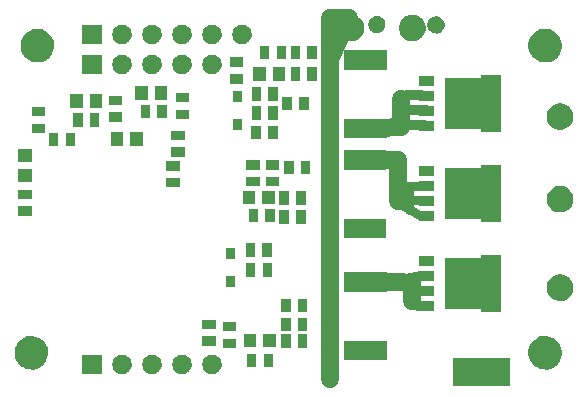
<source format=gbs>
%TF.GenerationSoftware,KiCad,Pcbnew,4.0.6-e0-6349~53~ubuntu16.04.1*%
%TF.CreationDate,2017-03-23T00:14:44+02:00*%
%TF.ProjectId,BLDC_controller,424C44435F636F6E74726F6C6C65722E,1.0*%
%TF.FileFunction,Soldermask,Bot*%
%FSLAX46Y46*%
G04 Gerber Fmt 4.6, Leading zero omitted, Abs format (unit mm)*
G04 Created by KiCad (PCBNEW 4.0.6-e0-6349~53~ubuntu16.04.1) date Thu Mar 23 00:14:44 2017*
%MOMM*%
%LPD*%
G01*
G04 APERTURE LIST*
%ADD10C,0.100000*%
%ADD11C,1.500000*%
%ADD12C,0.850000*%
%ADD13C,0.800000*%
G04 APERTURE END LIST*
D10*
D11*
X29350000Y31300000D02*
X27850000Y31300000D01*
X27850000Y28000000D02*
X29350000Y31300000D01*
D12*
X35760000Y22300000D02*
X34370000Y22300000D01*
X35910000Y23560000D02*
X34260000Y23560000D01*
X35440000Y24840000D02*
X34260000Y24840000D01*
D11*
X33800000Y22100000D02*
X33830000Y24520000D01*
X31900000Y22000000D02*
X33800000Y22100000D01*
D13*
X34500000Y17100000D02*
X34500000Y15100000D01*
X33900000Y15500000D02*
X35500000Y14600000D01*
X35700000Y15900000D02*
X34100000Y15900000D01*
X35700000Y17100000D02*
X34000000Y17100000D01*
D11*
X33500000Y19100000D02*
X33500000Y15840000D01*
X32000000Y19300000D02*
X33500000Y19300000D01*
D13*
X35430000Y6960000D02*
X34610000Y7060000D01*
X35420000Y9550000D02*
X34250000Y9300000D01*
D11*
X34700000Y9000000D02*
X34700000Y7400000D01*
X33900000Y9000000D02*
X32400000Y9000000D01*
X27800000Y800000D02*
X27800000Y31300000D01*
D10*
G36*
X43050000Y150000D02*
X38150000Y150000D01*
X38150000Y2550000D01*
X43050000Y2550000D01*
X43050000Y150000D01*
X43050000Y150000D01*
G37*
G36*
X10246653Y2824453D02*
X10405143Y2791919D01*
X10554290Y2729224D01*
X10688422Y2638751D01*
X10802425Y2523949D01*
X10891957Y2389191D01*
X10953612Y2239606D01*
X10984970Y2081239D01*
X10984970Y2081229D01*
X10985036Y2080895D01*
X10982455Y1896100D01*
X10982379Y1895766D01*
X10982379Y1895757D01*
X10946614Y1738330D01*
X10880804Y1590521D01*
X10787544Y1458316D01*
X10670383Y1346746D01*
X10533776Y1260052D01*
X10382931Y1201543D01*
X10223600Y1173449D01*
X10061845Y1176837D01*
X9903825Y1211580D01*
X9755566Y1276353D01*
X9622713Y1368688D01*
X9510321Y1485073D01*
X9422679Y1621068D01*
X9363119Y1771499D01*
X9333912Y1930631D01*
X9336172Y2092409D01*
X9369809Y2250661D01*
X9433547Y2399373D01*
X9524952Y2532867D01*
X9640549Y2646067D01*
X9775928Y2734657D01*
X9925943Y2795266D01*
X10084864Y2825583D01*
X10246653Y2824453D01*
X10246653Y2824453D01*
G37*
G36*
X12786653Y2824453D02*
X12945143Y2791919D01*
X13094290Y2729224D01*
X13228422Y2638751D01*
X13342425Y2523949D01*
X13431957Y2389191D01*
X13493612Y2239606D01*
X13524970Y2081239D01*
X13524970Y2081229D01*
X13525036Y2080895D01*
X13522455Y1896100D01*
X13522379Y1895766D01*
X13522379Y1895757D01*
X13486614Y1738330D01*
X13420804Y1590521D01*
X13327544Y1458316D01*
X13210383Y1346746D01*
X13073776Y1260052D01*
X12922931Y1201543D01*
X12763600Y1173449D01*
X12601845Y1176837D01*
X12443825Y1211580D01*
X12295566Y1276353D01*
X12162713Y1368688D01*
X12050321Y1485073D01*
X11962679Y1621068D01*
X11903119Y1771499D01*
X11873912Y1930631D01*
X11876172Y2092409D01*
X11909809Y2250661D01*
X11973547Y2399373D01*
X12064952Y2532867D01*
X12180549Y2646067D01*
X12315928Y2734657D01*
X12465943Y2795266D01*
X12624864Y2825583D01*
X12786653Y2824453D01*
X12786653Y2824453D01*
G37*
G36*
X17866653Y2824453D02*
X18025143Y2791919D01*
X18174290Y2729224D01*
X18308422Y2638751D01*
X18422425Y2523949D01*
X18511957Y2389191D01*
X18573612Y2239606D01*
X18604970Y2081239D01*
X18604970Y2081229D01*
X18605036Y2080895D01*
X18602455Y1896100D01*
X18602379Y1895766D01*
X18602379Y1895757D01*
X18566614Y1738330D01*
X18500804Y1590521D01*
X18407544Y1458316D01*
X18290383Y1346746D01*
X18153776Y1260052D01*
X18002931Y1201543D01*
X17843600Y1173449D01*
X17681845Y1176837D01*
X17523825Y1211580D01*
X17375566Y1276353D01*
X17242713Y1368688D01*
X17130321Y1485073D01*
X17042679Y1621068D01*
X16983119Y1771499D01*
X16953912Y1930631D01*
X16956172Y2092409D01*
X16989809Y2250661D01*
X17053547Y2399373D01*
X17144952Y2532867D01*
X17260549Y2646067D01*
X17395928Y2734657D01*
X17545943Y2795266D01*
X17704864Y2825583D01*
X17866653Y2824453D01*
X17866653Y2824453D01*
G37*
G36*
X15326653Y2824453D02*
X15485143Y2791919D01*
X15634290Y2729224D01*
X15768422Y2638751D01*
X15882425Y2523949D01*
X15971957Y2389191D01*
X16033612Y2239606D01*
X16064970Y2081239D01*
X16064970Y2081229D01*
X16065036Y2080895D01*
X16062455Y1896100D01*
X16062379Y1895766D01*
X16062379Y1895757D01*
X16026614Y1738330D01*
X15960804Y1590521D01*
X15867544Y1458316D01*
X15750383Y1346746D01*
X15613776Y1260052D01*
X15462931Y1201543D01*
X15303600Y1173449D01*
X15141845Y1176837D01*
X14983825Y1211580D01*
X14835566Y1276353D01*
X14702713Y1368688D01*
X14590321Y1485073D01*
X14502679Y1621068D01*
X14443119Y1771499D01*
X14413912Y1930631D01*
X14416172Y2092409D01*
X14449809Y2250661D01*
X14513547Y2399373D01*
X14604952Y2532867D01*
X14720549Y2646067D01*
X14855928Y2734657D01*
X15005943Y2795266D01*
X15164864Y2825583D01*
X15326653Y2824453D01*
X15326653Y2824453D01*
G37*
G36*
X8445000Y1175000D02*
X6795000Y1175000D01*
X6795000Y2825000D01*
X8445000Y2825000D01*
X8445000Y1175000D01*
X8445000Y1175000D01*
G37*
G36*
X2649674Y4424053D02*
X2923426Y4367860D01*
X3181045Y4259567D01*
X3412727Y4103296D01*
X3609641Y3905001D01*
X3764290Y3672236D01*
X3870783Y3413866D01*
X3924996Y3140072D01*
X3924996Y3140057D01*
X3925061Y3139728D01*
X3920604Y2820536D01*
X3920528Y2820202D01*
X3920528Y2820193D01*
X3858694Y2548025D01*
X3745025Y2292722D01*
X3583939Y2064367D01*
X3381567Y1871652D01*
X3145612Y1721909D01*
X2885064Y1620849D01*
X2609854Y1572323D01*
X2330459Y1578175D01*
X2057516Y1638186D01*
X1801435Y1750065D01*
X1571960Y1909554D01*
X1377830Y2110581D01*
X1226448Y2345482D01*
X1123572Y2605316D01*
X1073124Y2880181D01*
X1077026Y3159614D01*
X1135128Y3432960D01*
X1245219Y3689824D01*
X1403101Y3920405D01*
X1602768Y4115933D01*
X1836605Y4268952D01*
X2095718Y4373640D01*
X2370222Y4426004D01*
X2649674Y4424053D01*
X2649674Y4424053D01*
G37*
G36*
X46149674Y4424053D02*
X46423426Y4367860D01*
X46681045Y4259567D01*
X46912727Y4103296D01*
X47109641Y3905001D01*
X47264290Y3672236D01*
X47370783Y3413866D01*
X47424996Y3140072D01*
X47424996Y3140057D01*
X47425061Y3139728D01*
X47420604Y2820536D01*
X47420528Y2820202D01*
X47420528Y2820193D01*
X47358694Y2548025D01*
X47245025Y2292722D01*
X47083939Y2064367D01*
X46881567Y1871652D01*
X46645612Y1721909D01*
X46385064Y1620849D01*
X46109854Y1572323D01*
X45830459Y1578175D01*
X45557516Y1638186D01*
X45301435Y1750065D01*
X45071960Y1909554D01*
X44877830Y2110581D01*
X44726448Y2345482D01*
X44623572Y2605316D01*
X44573124Y2880181D01*
X44577026Y3159614D01*
X44635128Y3432960D01*
X44745219Y3689824D01*
X44903101Y3920405D01*
X45102768Y4115933D01*
X45336605Y4268952D01*
X45595718Y4373640D01*
X45870222Y4426004D01*
X46149674Y4424053D01*
X46149674Y4424053D01*
G37*
G36*
X22960000Y1780000D02*
X22160000Y1780000D01*
X22160000Y2920000D01*
X22960000Y2920000D01*
X22960000Y1780000D01*
X22960000Y1780000D01*
G37*
G36*
X21540000Y1780000D02*
X20740000Y1780000D01*
X20740000Y2920000D01*
X21540000Y2920000D01*
X21540000Y1780000D01*
X21540000Y1780000D01*
G37*
G36*
X32600000Y2375000D02*
X29000000Y2375000D01*
X29000000Y4025000D01*
X32600000Y4025000D01*
X32600000Y2375000D01*
X32600000Y2375000D01*
G37*
G36*
X19820000Y3390000D02*
X18680000Y3390000D01*
X18680000Y4190000D01*
X19820000Y4190000D01*
X19820000Y3390000D01*
X19820000Y3390000D01*
G37*
G36*
X24440000Y3430000D02*
X23640000Y3430000D01*
X23640000Y4570000D01*
X24440000Y4570000D01*
X24440000Y3430000D01*
X24440000Y3430000D01*
G37*
G36*
X25860000Y3430000D02*
X25060000Y3430000D01*
X25060000Y4570000D01*
X25860000Y4570000D01*
X25860000Y3430000D01*
X25860000Y3430000D01*
G37*
G36*
X23175000Y3475000D02*
X22125000Y3475000D01*
X22125000Y4625000D01*
X23175000Y4625000D01*
X23175000Y3475000D01*
X23175000Y3475000D01*
G37*
G36*
X21515000Y3475000D02*
X20465000Y3475000D01*
X20465000Y4625000D01*
X21515000Y4625000D01*
X21515000Y3475000D01*
X21515000Y3475000D01*
G37*
G36*
X18120000Y3590000D02*
X16980000Y3590000D01*
X16980000Y4390000D01*
X18120000Y4390000D01*
X18120000Y3590000D01*
X18120000Y3590000D01*
G37*
G36*
X19820000Y4810000D02*
X18680000Y4810000D01*
X18680000Y5610000D01*
X19820000Y5610000D01*
X19820000Y4810000D01*
X19820000Y4810000D01*
G37*
G36*
X25860000Y4825000D02*
X25060000Y4825000D01*
X25060000Y5965000D01*
X25860000Y5965000D01*
X25860000Y4825000D01*
X25860000Y4825000D01*
G37*
G36*
X24440000Y4825000D02*
X23640000Y4825000D01*
X23640000Y5965000D01*
X24440000Y5965000D01*
X24440000Y4825000D01*
X24440000Y4825000D01*
G37*
G36*
X18120000Y5010000D02*
X16980000Y5010000D01*
X16980000Y5810000D01*
X18120000Y5810000D01*
X18120000Y5010000D01*
X18120000Y5010000D01*
G37*
G36*
X24440000Y6430000D02*
X23640000Y6430000D01*
X23640000Y7570000D01*
X24440000Y7570000D01*
X24440000Y6430000D01*
X24440000Y6430000D01*
G37*
G36*
X25860000Y6430000D02*
X25060000Y6430000D01*
X25060000Y7570000D01*
X25860000Y7570000D01*
X25860000Y6430000D01*
X25860000Y6430000D01*
G37*
G36*
X42245000Y6450000D02*
X40595000Y6450000D01*
X40595000Y6650050D01*
X40593022Y6663966D01*
X40587246Y6676780D01*
X40578129Y6687477D01*
X40566393Y6695211D01*
X40552966Y6699369D01*
X40545050Y6700000D01*
X37545000Y6700000D01*
X37545000Y11050000D01*
X40545050Y11050000D01*
X40558966Y11051978D01*
X40571780Y11057754D01*
X40582477Y11066871D01*
X40590211Y11078607D01*
X40594369Y11092034D01*
X40595000Y11099950D01*
X40595000Y11300000D01*
X42245000Y11300000D01*
X42245000Y6450000D01*
X42245000Y6450000D01*
G37*
G36*
X36575000Y6545000D02*
X35275000Y6545000D01*
X35275000Y7395000D01*
X36575000Y7395000D01*
X36575000Y6545000D01*
X36575000Y6545000D01*
G37*
G36*
X47368164Y9624252D02*
X47584284Y9579889D01*
X47787668Y9494395D01*
X47970571Y9371025D01*
X48126035Y9214472D01*
X48248124Y9030713D01*
X48332197Y8826737D01*
X48374982Y8610656D01*
X48374982Y8610646D01*
X48375048Y8610312D01*
X48371529Y8358318D01*
X48371453Y8357984D01*
X48371453Y8357975D01*
X48322652Y8143176D01*
X48232916Y7941624D01*
X48105741Y7761342D01*
X47945974Y7609199D01*
X47759694Y7490981D01*
X47553997Y7411197D01*
X47336727Y7372887D01*
X47116152Y7377506D01*
X46900672Y7424883D01*
X46698500Y7513210D01*
X46517337Y7639121D01*
X46364076Y7797827D01*
X46244564Y7983275D01*
X46163346Y8188408D01*
X46123519Y8405406D01*
X46126600Y8626011D01*
X46172469Y8841810D01*
X46259383Y9044594D01*
X46384030Y9226639D01*
X46541659Y9381000D01*
X46726266Y9501804D01*
X46930831Y9584453D01*
X47147543Y9625793D01*
X47368164Y9624252D01*
X47368164Y9624252D01*
G37*
G36*
X36575000Y7815000D02*
X35275000Y7815000D01*
X35275000Y8665000D01*
X36575000Y8665000D01*
X36575000Y7815000D01*
X36575000Y7815000D01*
G37*
G36*
X32600000Y8175000D02*
X29000000Y8175000D01*
X29000000Y9825000D01*
X32600000Y9825000D01*
X32600000Y8175000D01*
X32600000Y8175000D01*
G37*
G36*
X19725000Y8525000D02*
X18975000Y8525000D01*
X18975000Y9475000D01*
X19725000Y9475000D01*
X19725000Y8525000D01*
X19725000Y8525000D01*
G37*
G36*
X36575000Y9085000D02*
X35275000Y9085000D01*
X35275000Y9935000D01*
X36575000Y9935000D01*
X36575000Y9085000D01*
X36575000Y9085000D01*
G37*
G36*
X21450000Y9430000D02*
X20650000Y9430000D01*
X20650000Y10570000D01*
X21450000Y10570000D01*
X21450000Y9430000D01*
X21450000Y9430000D01*
G37*
G36*
X22870000Y9430000D02*
X22070000Y9430000D01*
X22070000Y10570000D01*
X22870000Y10570000D01*
X22870000Y9430000D01*
X22870000Y9430000D01*
G37*
G36*
X36575000Y10355000D02*
X35275000Y10355000D01*
X35275000Y11205000D01*
X36575000Y11205000D01*
X36575000Y10355000D01*
X36575000Y10355000D01*
G37*
G36*
X19725000Y10925000D02*
X18975000Y10925000D01*
X18975000Y11875000D01*
X19725000Y11875000D01*
X19725000Y10925000D01*
X19725000Y10925000D01*
G37*
G36*
X22860000Y11130000D02*
X22060000Y11130000D01*
X22060000Y12270000D01*
X22860000Y12270000D01*
X22860000Y11130000D01*
X22860000Y11130000D01*
G37*
G36*
X21440000Y11130000D02*
X20640000Y11130000D01*
X20640000Y12270000D01*
X21440000Y12270000D01*
X21440000Y11130000D01*
X21440000Y11130000D01*
G37*
G36*
X32550000Y12670000D02*
X28950000Y12670000D01*
X28950000Y14320000D01*
X32550000Y14320000D01*
X32550000Y12670000D01*
X32550000Y12670000D01*
G37*
G36*
X24290000Y13930000D02*
X23490000Y13930000D01*
X23490000Y15070000D01*
X24290000Y15070000D01*
X24290000Y13930000D01*
X24290000Y13930000D01*
G37*
G36*
X25710000Y13930000D02*
X24910000Y13930000D01*
X24910000Y15070000D01*
X25710000Y15070000D01*
X25710000Y13930000D01*
X25710000Y13930000D01*
G37*
G36*
X21680000Y14030000D02*
X20880000Y14030000D01*
X20880000Y15170000D01*
X21680000Y15170000D01*
X21680000Y14030000D01*
X21680000Y14030000D01*
G37*
G36*
X23100000Y14030000D02*
X22300000Y14030000D01*
X22300000Y15170000D01*
X23100000Y15170000D01*
X23100000Y14030000D01*
X23100000Y14030000D01*
G37*
G36*
X42245000Y14080000D02*
X40595000Y14080000D01*
X40595000Y14280050D01*
X40593022Y14293966D01*
X40587246Y14306780D01*
X40578129Y14317477D01*
X40566393Y14325211D01*
X40552966Y14329369D01*
X40545050Y14330000D01*
X37545000Y14330000D01*
X37545000Y18680000D01*
X40545050Y18680000D01*
X40558966Y18681978D01*
X40571780Y18687754D01*
X40582477Y18696871D01*
X40590211Y18708607D01*
X40594369Y18722034D01*
X40595000Y18729950D01*
X40595000Y18930000D01*
X42245000Y18930000D01*
X42245000Y14080000D01*
X42245000Y14080000D01*
G37*
G36*
X36575000Y14175000D02*
X35275000Y14175000D01*
X35275000Y15025000D01*
X36575000Y15025000D01*
X36575000Y14175000D01*
X36575000Y14175000D01*
G37*
G36*
X2520000Y14590000D02*
X1380000Y14590000D01*
X1380000Y15390000D01*
X2520000Y15390000D01*
X2520000Y14590000D01*
X2520000Y14590000D01*
G37*
G36*
X47368164Y17124252D02*
X47584284Y17079889D01*
X47787668Y16994395D01*
X47970571Y16871025D01*
X48126035Y16714472D01*
X48248124Y16530713D01*
X48332197Y16326737D01*
X48374982Y16110656D01*
X48374982Y16110646D01*
X48375048Y16110312D01*
X48371529Y15858318D01*
X48371453Y15857984D01*
X48371453Y15857975D01*
X48322652Y15643176D01*
X48232916Y15441624D01*
X48105741Y15261342D01*
X47945974Y15109199D01*
X47759694Y14990981D01*
X47553997Y14911197D01*
X47336727Y14872887D01*
X47116152Y14877506D01*
X46900672Y14924883D01*
X46698500Y15013210D01*
X46517337Y15139121D01*
X46364076Y15297827D01*
X46244564Y15483275D01*
X46163346Y15688408D01*
X46123519Y15905406D01*
X46126600Y16126011D01*
X46172469Y16341810D01*
X46259383Y16544594D01*
X46384030Y16726639D01*
X46541659Y16881000D01*
X46726266Y17001804D01*
X46930831Y17084453D01*
X47147543Y17125793D01*
X47368164Y17124252D01*
X47368164Y17124252D01*
G37*
G36*
X36575000Y15445000D02*
X35275000Y15445000D01*
X35275000Y16295000D01*
X36575000Y16295000D01*
X36575000Y15445000D01*
X36575000Y15445000D01*
G37*
G36*
X24290000Y15525000D02*
X23490000Y15525000D01*
X23490000Y16665000D01*
X24290000Y16665000D01*
X24290000Y15525000D01*
X24290000Y15525000D01*
G37*
G36*
X25710000Y15525000D02*
X24910000Y15525000D01*
X24910000Y16665000D01*
X25710000Y16665000D01*
X25710000Y15525000D01*
X25710000Y15525000D01*
G37*
G36*
X23105000Y15575000D02*
X22055000Y15575000D01*
X22055000Y16725000D01*
X23105000Y16725000D01*
X23105000Y15575000D01*
X23105000Y15575000D01*
G37*
G36*
X21445000Y15575000D02*
X20395000Y15575000D01*
X20395000Y16725000D01*
X21445000Y16725000D01*
X21445000Y15575000D01*
X21445000Y15575000D01*
G37*
G36*
X2520000Y16010000D02*
X1380000Y16010000D01*
X1380000Y16810000D01*
X2520000Y16810000D01*
X2520000Y16010000D01*
X2520000Y16010000D01*
G37*
G36*
X36575000Y16715000D02*
X35275000Y16715000D01*
X35275000Y17565000D01*
X36575000Y17565000D01*
X36575000Y16715000D01*
X36575000Y16715000D01*
G37*
G36*
X15070000Y16990000D02*
X13930000Y16990000D01*
X13930000Y17790000D01*
X15070000Y17790000D01*
X15070000Y16990000D01*
X15070000Y16990000D01*
G37*
G36*
X21820000Y17090000D02*
X20680000Y17090000D01*
X20680000Y17890000D01*
X21820000Y17890000D01*
X21820000Y17090000D01*
X21820000Y17090000D01*
G37*
G36*
X23470000Y17090000D02*
X22330000Y17090000D01*
X22330000Y17890000D01*
X23470000Y17890000D01*
X23470000Y17090000D01*
X23470000Y17090000D01*
G37*
G36*
X2525000Y17495000D02*
X1375000Y17495000D01*
X1375000Y18545000D01*
X2525000Y18545000D01*
X2525000Y17495000D01*
X2525000Y17495000D01*
G37*
G36*
X36575000Y17985000D02*
X35275000Y17985000D01*
X35275000Y18835000D01*
X36575000Y18835000D01*
X36575000Y17985000D01*
X36575000Y17985000D01*
G37*
G36*
X24690000Y18130000D02*
X23890000Y18130000D01*
X23890000Y19270000D01*
X24690000Y19270000D01*
X24690000Y18130000D01*
X24690000Y18130000D01*
G37*
G36*
X26110000Y18130000D02*
X25310000Y18130000D01*
X25310000Y19270000D01*
X26110000Y19270000D01*
X26110000Y18130000D01*
X26110000Y18130000D01*
G37*
G36*
X15070000Y18410000D02*
X13930000Y18410000D01*
X13930000Y19210000D01*
X15070000Y19210000D01*
X15070000Y18410000D01*
X15070000Y18410000D01*
G37*
G36*
X32550000Y18470000D02*
X28950000Y18470000D01*
X28950000Y20120000D01*
X32550000Y20120000D01*
X32550000Y18470000D01*
X32550000Y18470000D01*
G37*
G36*
X23470000Y18510000D02*
X22330000Y18510000D01*
X22330000Y19310000D01*
X23470000Y19310000D01*
X23470000Y18510000D01*
X23470000Y18510000D01*
G37*
G36*
X21820000Y18510000D02*
X20680000Y18510000D01*
X20680000Y19310000D01*
X21820000Y19310000D01*
X21820000Y18510000D01*
X21820000Y18510000D01*
G37*
G36*
X2525000Y19155000D02*
X1375000Y19155000D01*
X1375000Y20205000D01*
X2525000Y20205000D01*
X2525000Y19155000D01*
X2525000Y19155000D01*
G37*
G36*
X15470000Y19590000D02*
X14330000Y19590000D01*
X14330000Y20390000D01*
X15470000Y20390000D01*
X15470000Y19590000D01*
X15470000Y19590000D01*
G37*
G36*
X4790000Y20480000D02*
X3990000Y20480000D01*
X3990000Y21620000D01*
X4790000Y21620000D01*
X4790000Y20480000D01*
X4790000Y20480000D01*
G37*
G36*
X6210000Y20480000D02*
X5410000Y20480000D01*
X5410000Y21620000D01*
X6210000Y21620000D01*
X6210000Y20480000D01*
X6210000Y20480000D01*
G37*
G36*
X11905000Y20525000D02*
X10855000Y20525000D01*
X10855000Y21675000D01*
X11905000Y21675000D01*
X11905000Y20525000D01*
X11905000Y20525000D01*
G37*
G36*
X10245000Y20525000D02*
X9195000Y20525000D01*
X9195000Y21675000D01*
X10245000Y21675000D01*
X10245000Y20525000D01*
X10245000Y20525000D01*
G37*
G36*
X15470000Y21010000D02*
X14330000Y21010000D01*
X14330000Y21810000D01*
X15470000Y21810000D01*
X15470000Y21010000D01*
X15470000Y21010000D01*
G37*
G36*
X21915000Y21055000D02*
X21115000Y21055000D01*
X21115000Y22195000D01*
X21915000Y22195000D01*
X21915000Y21055000D01*
X21915000Y21055000D01*
G37*
G36*
X23335000Y21055000D02*
X22535000Y21055000D01*
X22535000Y22195000D01*
X23335000Y22195000D01*
X23335000Y21055000D01*
X23335000Y21055000D01*
G37*
G36*
X32600000Y21175000D02*
X29000000Y21175000D01*
X29000000Y22825000D01*
X32600000Y22825000D01*
X32600000Y21175000D01*
X32600000Y21175000D01*
G37*
G36*
X3670000Y21590000D02*
X2530000Y21590000D01*
X2530000Y22390000D01*
X3670000Y22390000D01*
X3670000Y21590000D01*
X3670000Y21590000D01*
G37*
G36*
X42245000Y21700000D02*
X40595000Y21700000D01*
X40595000Y21900050D01*
X40593022Y21913966D01*
X40587246Y21926780D01*
X40578129Y21937477D01*
X40566393Y21945211D01*
X40552966Y21949369D01*
X40545050Y21950000D01*
X37545000Y21950000D01*
X37545000Y26300000D01*
X40545050Y26300000D01*
X40558966Y26301978D01*
X40571780Y26307754D01*
X40582477Y26316871D01*
X40590211Y26328607D01*
X40594369Y26342034D01*
X40595000Y26349950D01*
X40595000Y26550000D01*
X42245000Y26550000D01*
X42245000Y21700000D01*
X42245000Y21700000D01*
G37*
G36*
X36575000Y21795000D02*
X35275000Y21795000D01*
X35275000Y22645000D01*
X36575000Y22645000D01*
X36575000Y21795000D01*
X36575000Y21795000D01*
G37*
G36*
X20325000Y21825000D02*
X19575000Y21825000D01*
X19575000Y22775000D01*
X20325000Y22775000D01*
X20325000Y21825000D01*
X20325000Y21825000D01*
G37*
G36*
X47368164Y24124252D02*
X47584284Y24079889D01*
X47787668Y23994395D01*
X47970571Y23871025D01*
X48126035Y23714472D01*
X48248124Y23530713D01*
X48332197Y23326737D01*
X48374982Y23110656D01*
X48374982Y23110646D01*
X48375048Y23110312D01*
X48371529Y22858318D01*
X48371453Y22857984D01*
X48371453Y22857975D01*
X48322652Y22643176D01*
X48232916Y22441624D01*
X48105741Y22261342D01*
X47945974Y22109199D01*
X47759694Y21990981D01*
X47553997Y21911197D01*
X47336727Y21872887D01*
X47116152Y21877506D01*
X46900672Y21924883D01*
X46698500Y22013210D01*
X46517337Y22139121D01*
X46364076Y22297827D01*
X46244564Y22483275D01*
X46163346Y22688408D01*
X46123519Y22905406D01*
X46126600Y23126011D01*
X46172469Y23341810D01*
X46259383Y23544594D01*
X46384030Y23726639D01*
X46541659Y23881000D01*
X46726266Y24001804D01*
X46930831Y24084453D01*
X47147543Y24125793D01*
X47368164Y24124252D01*
X47368164Y24124252D01*
G37*
G36*
X8260000Y22130000D02*
X7460000Y22130000D01*
X7460000Y23270000D01*
X8260000Y23270000D01*
X8260000Y22130000D01*
X8260000Y22130000D01*
G37*
G36*
X6840000Y22130000D02*
X6040000Y22130000D01*
X6040000Y23270000D01*
X6840000Y23270000D01*
X6840000Y22130000D01*
X6840000Y22130000D01*
G37*
G36*
X10170000Y22540000D02*
X9030000Y22540000D01*
X9030000Y23340000D01*
X10170000Y23340000D01*
X10170000Y22540000D01*
X10170000Y22540000D01*
G37*
G36*
X23360000Y22730000D02*
X22560000Y22730000D01*
X22560000Y23870000D01*
X23360000Y23870000D01*
X23360000Y22730000D01*
X23360000Y22730000D01*
G37*
G36*
X21940000Y22730000D02*
X21140000Y22730000D01*
X21140000Y23870000D01*
X21940000Y23870000D01*
X21940000Y22730000D01*
X21940000Y22730000D01*
G37*
G36*
X15870000Y22790000D02*
X14730000Y22790000D01*
X14730000Y23590000D01*
X15870000Y23590000D01*
X15870000Y22790000D01*
X15870000Y22790000D01*
G37*
G36*
X12540000Y22830000D02*
X11740000Y22830000D01*
X11740000Y23970000D01*
X12540000Y23970000D01*
X12540000Y22830000D01*
X12540000Y22830000D01*
G37*
G36*
X13960000Y22830000D02*
X13160000Y22830000D01*
X13160000Y23970000D01*
X13960000Y23970000D01*
X13960000Y22830000D01*
X13960000Y22830000D01*
G37*
G36*
X3670000Y23010000D02*
X2530000Y23010000D01*
X2530000Y23810000D01*
X3670000Y23810000D01*
X3670000Y23010000D01*
X3670000Y23010000D01*
G37*
G36*
X36575000Y23065000D02*
X35275000Y23065000D01*
X35275000Y23915000D01*
X36575000Y23915000D01*
X36575000Y23065000D01*
X36575000Y23065000D01*
G37*
G36*
X24540000Y23530000D02*
X23740000Y23530000D01*
X23740000Y24670000D01*
X24540000Y24670000D01*
X24540000Y23530000D01*
X24540000Y23530000D01*
G37*
G36*
X25960000Y23530000D02*
X25160000Y23530000D01*
X25160000Y24670000D01*
X25960000Y24670000D01*
X25960000Y23530000D01*
X25960000Y23530000D01*
G37*
G36*
X6845000Y23725000D02*
X5795000Y23725000D01*
X5795000Y24875000D01*
X6845000Y24875000D01*
X6845000Y23725000D01*
X6845000Y23725000D01*
G37*
G36*
X8505000Y23725000D02*
X7455000Y23725000D01*
X7455000Y24875000D01*
X8505000Y24875000D01*
X8505000Y23725000D01*
X8505000Y23725000D01*
G37*
G36*
X10170000Y23960000D02*
X9030000Y23960000D01*
X9030000Y24760000D01*
X10170000Y24760000D01*
X10170000Y23960000D01*
X10170000Y23960000D01*
G37*
G36*
X15870000Y24210000D02*
X14730000Y24210000D01*
X14730000Y25010000D01*
X15870000Y25010000D01*
X15870000Y24210000D01*
X15870000Y24210000D01*
G37*
G36*
X20325000Y24225000D02*
X19575000Y24225000D01*
X19575000Y25175000D01*
X20325000Y25175000D01*
X20325000Y24225000D01*
X20325000Y24225000D01*
G37*
G36*
X23360000Y24330000D02*
X22560000Y24330000D01*
X22560000Y25470000D01*
X23360000Y25470000D01*
X23360000Y24330000D01*
X23360000Y24330000D01*
G37*
G36*
X21940000Y24330000D02*
X21140000Y24330000D01*
X21140000Y25470000D01*
X21940000Y25470000D01*
X21940000Y24330000D01*
X21940000Y24330000D01*
G37*
G36*
X36575000Y24335000D02*
X35275000Y24335000D01*
X35275000Y25185000D01*
X36575000Y25185000D01*
X36575000Y24335000D01*
X36575000Y24335000D01*
G37*
G36*
X12345000Y24425000D02*
X11295000Y24425000D01*
X11295000Y25575000D01*
X12345000Y25575000D01*
X12345000Y24425000D01*
X12345000Y24425000D01*
G37*
G36*
X14005000Y24425000D02*
X12955000Y24425000D01*
X12955000Y25575000D01*
X14005000Y25575000D01*
X14005000Y24425000D01*
X14005000Y24425000D01*
G37*
G36*
X36575000Y25605000D02*
X35275000Y25605000D01*
X35275000Y26455000D01*
X36575000Y26455000D01*
X36575000Y25605000D01*
X36575000Y25605000D01*
G37*
G36*
X20420000Y25790000D02*
X19280000Y25790000D01*
X19280000Y26590000D01*
X20420000Y26590000D01*
X20420000Y25790000D01*
X20420000Y25790000D01*
G37*
G36*
X24005000Y26025000D02*
X22955000Y26025000D01*
X22955000Y27175000D01*
X24005000Y27175000D01*
X24005000Y26025000D01*
X24005000Y26025000D01*
G37*
G36*
X22345000Y26025000D02*
X21295000Y26025000D01*
X21295000Y27175000D01*
X22345000Y27175000D01*
X22345000Y26025000D01*
X22345000Y26025000D01*
G37*
G36*
X26660000Y26030000D02*
X25860000Y26030000D01*
X25860000Y27170000D01*
X26660000Y27170000D01*
X26660000Y26030000D01*
X26660000Y26030000D01*
G37*
G36*
X25240000Y26030000D02*
X24440000Y26030000D01*
X24440000Y27170000D01*
X25240000Y27170000D01*
X25240000Y26030000D01*
X25240000Y26030000D01*
G37*
G36*
X10246653Y28224453D02*
X10405143Y28191919D01*
X10554290Y28129224D01*
X10688422Y28038751D01*
X10802425Y27923949D01*
X10891957Y27789191D01*
X10953612Y27639606D01*
X10984970Y27481239D01*
X10984970Y27481229D01*
X10985036Y27480895D01*
X10982455Y27296100D01*
X10982379Y27295766D01*
X10982379Y27295757D01*
X10946614Y27138330D01*
X10880804Y26990521D01*
X10787544Y26858316D01*
X10670383Y26746746D01*
X10533776Y26660052D01*
X10382931Y26601543D01*
X10223600Y26573449D01*
X10061845Y26576837D01*
X9903825Y26611580D01*
X9755566Y26676353D01*
X9622713Y26768688D01*
X9510321Y26885073D01*
X9422679Y27021068D01*
X9363119Y27171499D01*
X9333912Y27330631D01*
X9336172Y27492409D01*
X9369809Y27650661D01*
X9433547Y27799373D01*
X9524952Y27932867D01*
X9640549Y28046067D01*
X9775928Y28134657D01*
X9925943Y28195266D01*
X10084864Y28225583D01*
X10246653Y28224453D01*
X10246653Y28224453D01*
G37*
G36*
X12786653Y28224453D02*
X12945143Y28191919D01*
X13094290Y28129224D01*
X13228422Y28038751D01*
X13342425Y27923949D01*
X13431957Y27789191D01*
X13493612Y27639606D01*
X13524970Y27481239D01*
X13524970Y27481229D01*
X13525036Y27480895D01*
X13522455Y27296100D01*
X13522379Y27295766D01*
X13522379Y27295757D01*
X13486614Y27138330D01*
X13420804Y26990521D01*
X13327544Y26858316D01*
X13210383Y26746746D01*
X13073776Y26660052D01*
X12922931Y26601543D01*
X12763600Y26573449D01*
X12601845Y26576837D01*
X12443825Y26611580D01*
X12295566Y26676353D01*
X12162713Y26768688D01*
X12050321Y26885073D01*
X11962679Y27021068D01*
X11903119Y27171499D01*
X11873912Y27330631D01*
X11876172Y27492409D01*
X11909809Y27650661D01*
X11973547Y27799373D01*
X12064952Y27932867D01*
X12180549Y28046067D01*
X12315928Y28134657D01*
X12465943Y28195266D01*
X12624864Y28225583D01*
X12786653Y28224453D01*
X12786653Y28224453D01*
G37*
G36*
X15326653Y28224453D02*
X15485143Y28191919D01*
X15634290Y28129224D01*
X15768422Y28038751D01*
X15882425Y27923949D01*
X15971957Y27789191D01*
X16033612Y27639606D01*
X16064970Y27481239D01*
X16064970Y27481229D01*
X16065036Y27480895D01*
X16062455Y27296100D01*
X16062379Y27295766D01*
X16062379Y27295757D01*
X16026614Y27138330D01*
X15960804Y26990521D01*
X15867544Y26858316D01*
X15750383Y26746746D01*
X15613776Y26660052D01*
X15462931Y26601543D01*
X15303600Y26573449D01*
X15141845Y26576837D01*
X14983825Y26611580D01*
X14835566Y26676353D01*
X14702713Y26768688D01*
X14590321Y26885073D01*
X14502679Y27021068D01*
X14443119Y27171499D01*
X14413912Y27330631D01*
X14416172Y27492409D01*
X14449809Y27650661D01*
X14513547Y27799373D01*
X14604952Y27932867D01*
X14720549Y28046067D01*
X14855928Y28134657D01*
X15005943Y28195266D01*
X15164864Y28225583D01*
X15326653Y28224453D01*
X15326653Y28224453D01*
G37*
G36*
X17866653Y28224453D02*
X18025143Y28191919D01*
X18174290Y28129224D01*
X18308422Y28038751D01*
X18422425Y27923949D01*
X18511957Y27789191D01*
X18573612Y27639606D01*
X18604970Y27481239D01*
X18604970Y27481229D01*
X18605036Y27480895D01*
X18602455Y27296100D01*
X18602379Y27295766D01*
X18602379Y27295757D01*
X18566614Y27138330D01*
X18500804Y26990521D01*
X18407544Y26858316D01*
X18290383Y26746746D01*
X18153776Y26660052D01*
X18002931Y26601543D01*
X17843600Y26573449D01*
X17681845Y26576837D01*
X17523825Y26611580D01*
X17375566Y26676353D01*
X17242713Y26768688D01*
X17130321Y26885073D01*
X17042679Y27021068D01*
X16983119Y27171499D01*
X16953912Y27330631D01*
X16956172Y27492409D01*
X16989809Y27650661D01*
X17053547Y27799373D01*
X17144952Y27932867D01*
X17260549Y28046067D01*
X17395928Y28134657D01*
X17545943Y28195266D01*
X17704864Y28225583D01*
X17866653Y28224453D01*
X17866653Y28224453D01*
G37*
G36*
X8445000Y26575000D02*
X6795000Y26575000D01*
X6795000Y28225000D01*
X8445000Y28225000D01*
X8445000Y26575000D01*
X8445000Y26575000D01*
G37*
G36*
X32600000Y26975000D02*
X29000000Y26975000D01*
X29000000Y28625000D01*
X32600000Y28625000D01*
X32600000Y26975000D01*
X32600000Y26975000D01*
G37*
G36*
X20420000Y27210000D02*
X19280000Y27210000D01*
X19280000Y28010000D01*
X20420000Y28010000D01*
X20420000Y27210000D01*
X20420000Y27210000D01*
G37*
G36*
X3149674Y30424053D02*
X3423426Y30367860D01*
X3681045Y30259567D01*
X3912727Y30103296D01*
X4109641Y29905001D01*
X4264290Y29672236D01*
X4370783Y29413866D01*
X4424996Y29140072D01*
X4424996Y29140057D01*
X4425061Y29139728D01*
X4420604Y28820536D01*
X4420528Y28820202D01*
X4420528Y28820193D01*
X4358694Y28548025D01*
X4245025Y28292722D01*
X4083939Y28064367D01*
X3881567Y27871652D01*
X3645612Y27721909D01*
X3385064Y27620849D01*
X3109854Y27572323D01*
X2830459Y27578175D01*
X2557516Y27638186D01*
X2301435Y27750065D01*
X2071960Y27909554D01*
X1877830Y28110581D01*
X1726448Y28345482D01*
X1623572Y28605316D01*
X1573124Y28880181D01*
X1577026Y29159614D01*
X1635128Y29432960D01*
X1745219Y29689824D01*
X1903101Y29920405D01*
X2102768Y30115933D01*
X2336605Y30268952D01*
X2595718Y30373640D01*
X2870222Y30426004D01*
X3149674Y30424053D01*
X3149674Y30424053D01*
G37*
G36*
X46149674Y30424053D02*
X46423426Y30367860D01*
X46681045Y30259567D01*
X46912727Y30103296D01*
X47109641Y29905001D01*
X47264290Y29672236D01*
X47370783Y29413866D01*
X47424996Y29140072D01*
X47424996Y29140057D01*
X47425061Y29139728D01*
X47420604Y28820536D01*
X47420528Y28820202D01*
X47420528Y28820193D01*
X47358694Y28548025D01*
X47245025Y28292722D01*
X47083939Y28064367D01*
X46881567Y27871652D01*
X46645612Y27721909D01*
X46385064Y27620849D01*
X46109854Y27572323D01*
X45830459Y27578175D01*
X45557516Y27638186D01*
X45301435Y27750065D01*
X45071960Y27909554D01*
X44877830Y28110581D01*
X44726448Y28345482D01*
X44623572Y28605316D01*
X44573124Y28880181D01*
X44577026Y29159614D01*
X44635128Y29432960D01*
X44745219Y29689824D01*
X44903101Y29920405D01*
X45102768Y30115933D01*
X45336605Y30268952D01*
X45595718Y30373640D01*
X45870222Y30426004D01*
X46149674Y30424053D01*
X46149674Y30424053D01*
G37*
G36*
X25240000Y27830000D02*
X24440000Y27830000D01*
X24440000Y28970000D01*
X25240000Y28970000D01*
X25240000Y27830000D01*
X25240000Y27830000D01*
G37*
G36*
X24050000Y27830000D02*
X23250000Y27830000D01*
X23250000Y28970000D01*
X24050000Y28970000D01*
X24050000Y27830000D01*
X24050000Y27830000D01*
G37*
G36*
X22630000Y27830000D02*
X21830000Y27830000D01*
X21830000Y28970000D01*
X22630000Y28970000D01*
X22630000Y27830000D01*
X22630000Y27830000D01*
G37*
G36*
X26660000Y27830000D02*
X25860000Y27830000D01*
X25860000Y28970000D01*
X26660000Y28970000D01*
X26660000Y27830000D01*
X26660000Y27830000D01*
G37*
G36*
X20406653Y30764453D02*
X20565143Y30731919D01*
X20714290Y30669224D01*
X20848422Y30578751D01*
X20962425Y30463949D01*
X21051957Y30329191D01*
X21113612Y30179606D01*
X21144970Y30021239D01*
X21144970Y30021229D01*
X21145036Y30020895D01*
X21142455Y29836100D01*
X21142379Y29835766D01*
X21142379Y29835757D01*
X21106614Y29678330D01*
X21040804Y29530521D01*
X20947544Y29398316D01*
X20830383Y29286746D01*
X20693776Y29200052D01*
X20542931Y29141543D01*
X20383600Y29113449D01*
X20221845Y29116837D01*
X20063825Y29151580D01*
X19915566Y29216353D01*
X19782713Y29308688D01*
X19670321Y29425073D01*
X19582679Y29561068D01*
X19523119Y29711499D01*
X19493912Y29870631D01*
X19496172Y30032409D01*
X19529809Y30190661D01*
X19593547Y30339373D01*
X19684952Y30472867D01*
X19800549Y30586067D01*
X19935928Y30674657D01*
X20085943Y30735266D01*
X20244864Y30765583D01*
X20406653Y30764453D01*
X20406653Y30764453D01*
G37*
G36*
X17866653Y30764453D02*
X18025143Y30731919D01*
X18174290Y30669224D01*
X18308422Y30578751D01*
X18422425Y30463949D01*
X18511957Y30329191D01*
X18573612Y30179606D01*
X18604970Y30021239D01*
X18604970Y30021229D01*
X18605036Y30020895D01*
X18602455Y29836100D01*
X18602379Y29835766D01*
X18602379Y29835757D01*
X18566614Y29678330D01*
X18500804Y29530521D01*
X18407544Y29398316D01*
X18290383Y29286746D01*
X18153776Y29200052D01*
X18002931Y29141543D01*
X17843600Y29113449D01*
X17681845Y29116837D01*
X17523825Y29151580D01*
X17375566Y29216353D01*
X17242713Y29308688D01*
X17130321Y29425073D01*
X17042679Y29561068D01*
X16983119Y29711499D01*
X16953912Y29870631D01*
X16956172Y30032409D01*
X16989809Y30190661D01*
X17053547Y30339373D01*
X17144952Y30472867D01*
X17260549Y30586067D01*
X17395928Y30674657D01*
X17545943Y30735266D01*
X17704864Y30765583D01*
X17866653Y30764453D01*
X17866653Y30764453D01*
G37*
G36*
X15326653Y30764453D02*
X15485143Y30731919D01*
X15634290Y30669224D01*
X15768422Y30578751D01*
X15882425Y30463949D01*
X15971957Y30329191D01*
X16033612Y30179606D01*
X16064970Y30021239D01*
X16064970Y30021229D01*
X16065036Y30020895D01*
X16062455Y29836100D01*
X16062379Y29835766D01*
X16062379Y29835757D01*
X16026614Y29678330D01*
X15960804Y29530521D01*
X15867544Y29398316D01*
X15750383Y29286746D01*
X15613776Y29200052D01*
X15462931Y29141543D01*
X15303600Y29113449D01*
X15141845Y29116837D01*
X14983825Y29151580D01*
X14835566Y29216353D01*
X14702713Y29308688D01*
X14590321Y29425073D01*
X14502679Y29561068D01*
X14443119Y29711499D01*
X14413912Y29870631D01*
X14416172Y30032409D01*
X14449809Y30190661D01*
X14513547Y30339373D01*
X14604952Y30472867D01*
X14720549Y30586067D01*
X14855928Y30674657D01*
X15005943Y30735266D01*
X15164864Y30765583D01*
X15326653Y30764453D01*
X15326653Y30764453D01*
G37*
G36*
X12786653Y30764453D02*
X12945143Y30731919D01*
X13094290Y30669224D01*
X13228422Y30578751D01*
X13342425Y30463949D01*
X13431957Y30329191D01*
X13493612Y30179606D01*
X13524970Y30021239D01*
X13524970Y30021229D01*
X13525036Y30020895D01*
X13522455Y29836100D01*
X13522379Y29835766D01*
X13522379Y29835757D01*
X13486614Y29678330D01*
X13420804Y29530521D01*
X13327544Y29398316D01*
X13210383Y29286746D01*
X13073776Y29200052D01*
X12922931Y29141543D01*
X12763600Y29113449D01*
X12601845Y29116837D01*
X12443825Y29151580D01*
X12295566Y29216353D01*
X12162713Y29308688D01*
X12050321Y29425073D01*
X11962679Y29561068D01*
X11903119Y29711499D01*
X11873912Y29870631D01*
X11876172Y30032409D01*
X11909809Y30190661D01*
X11973547Y30339373D01*
X12064952Y30472867D01*
X12180549Y30586067D01*
X12315928Y30674657D01*
X12465943Y30735266D01*
X12624864Y30765583D01*
X12786653Y30764453D01*
X12786653Y30764453D01*
G37*
G36*
X10246653Y30764453D02*
X10405143Y30731919D01*
X10554290Y30669224D01*
X10688422Y30578751D01*
X10802425Y30463949D01*
X10891957Y30329191D01*
X10953612Y30179606D01*
X10984970Y30021239D01*
X10984970Y30021229D01*
X10985036Y30020895D01*
X10982455Y29836100D01*
X10982379Y29835766D01*
X10982379Y29835757D01*
X10946614Y29678330D01*
X10880804Y29530521D01*
X10787544Y29398316D01*
X10670383Y29286746D01*
X10533776Y29200052D01*
X10382931Y29141543D01*
X10223600Y29113449D01*
X10061845Y29116837D01*
X9903825Y29151580D01*
X9755566Y29216353D01*
X9622713Y29308688D01*
X9510321Y29425073D01*
X9422679Y29561068D01*
X9363119Y29711499D01*
X9333912Y29870631D01*
X9336172Y30032409D01*
X9369809Y30190661D01*
X9433547Y30339373D01*
X9524952Y30472867D01*
X9640549Y30586067D01*
X9775928Y30674657D01*
X9925943Y30735266D01*
X10084864Y30765583D01*
X10246653Y30764453D01*
X10246653Y30764453D01*
G37*
G36*
X8445000Y29115000D02*
X6795000Y29115000D01*
X6795000Y30765000D01*
X8445000Y30765000D01*
X8445000Y29115000D01*
X8445000Y29115000D01*
G37*
G36*
X34868164Y31624252D02*
X35084284Y31579889D01*
X35287668Y31494395D01*
X35470571Y31371025D01*
X35626035Y31214472D01*
X35748124Y31030713D01*
X35832197Y30826737D01*
X35874982Y30610656D01*
X35874982Y30610646D01*
X35875048Y30610312D01*
X35871529Y30358318D01*
X35871453Y30357984D01*
X35871453Y30357975D01*
X35822652Y30143176D01*
X35732916Y29941624D01*
X35605741Y29761342D01*
X35445974Y29609199D01*
X35259694Y29490981D01*
X35053997Y29411197D01*
X34836727Y29372887D01*
X34616152Y29377506D01*
X34400672Y29424883D01*
X34198500Y29513210D01*
X34017337Y29639121D01*
X33864076Y29797827D01*
X33744564Y29983275D01*
X33663346Y30188408D01*
X33623519Y30405406D01*
X33626600Y30626011D01*
X33672469Y30841810D01*
X33759383Y31044594D01*
X33884030Y31226639D01*
X34041659Y31381000D01*
X34226266Y31501804D01*
X34430831Y31584453D01*
X34647543Y31625793D01*
X34868164Y31624252D01*
X34868164Y31624252D01*
G37*
G36*
X29668164Y31624252D02*
X29884284Y31579889D01*
X30087668Y31494395D01*
X30270571Y31371025D01*
X30426035Y31214472D01*
X30548124Y31030713D01*
X30632197Y30826737D01*
X30674982Y30610656D01*
X30674982Y30610646D01*
X30675048Y30610312D01*
X30671529Y30358318D01*
X30671453Y30357984D01*
X30671453Y30357975D01*
X30622652Y30143176D01*
X30532916Y29941624D01*
X30405741Y29761342D01*
X30245974Y29609199D01*
X30059694Y29490981D01*
X29853997Y29411197D01*
X29636727Y29372887D01*
X29416152Y29377506D01*
X29200672Y29424883D01*
X28998500Y29513210D01*
X28817337Y29639121D01*
X28664076Y29797827D01*
X28544564Y29983275D01*
X28463346Y30188408D01*
X28423519Y30405406D01*
X28426600Y30626011D01*
X28472469Y30841810D01*
X28559383Y31044594D01*
X28684030Y31226639D01*
X28841659Y31381000D01*
X29026266Y31501804D01*
X29230831Y31584453D01*
X29447543Y31625793D01*
X29668164Y31624252D01*
X29668164Y31624252D01*
G37*
G36*
X36826150Y31474519D02*
X36965429Y31445929D01*
X37096498Y31390833D01*
X37214371Y31311327D01*
X37314555Y31210440D01*
X37393235Y31092017D01*
X37447417Y30960563D01*
X37474966Y30821434D01*
X37474966Y30821419D01*
X37475031Y30821090D01*
X37472763Y30658694D01*
X37472688Y30658365D01*
X37472688Y30658352D01*
X37441266Y30520046D01*
X37383436Y30390156D01*
X37301480Y30273977D01*
X37198516Y30175926D01*
X37078470Y30099742D01*
X36945909Y30048325D01*
X36805891Y30023637D01*
X36663743Y30026614D01*
X36524876Y30057146D01*
X36394592Y30114066D01*
X36277836Y30195213D01*
X36179070Y30297488D01*
X36102051Y30416998D01*
X36049711Y30549196D01*
X36024044Y30689039D01*
X36026030Y30831208D01*
X36055589Y30970277D01*
X36111602Y31100965D01*
X36191927Y31218276D01*
X36293513Y31317756D01*
X36412481Y31395608D01*
X36544314Y31448871D01*
X36683971Y31475512D01*
X36826150Y31474519D01*
X36826150Y31474519D01*
G37*
G36*
X31826150Y31524519D02*
X31965429Y31495929D01*
X32096498Y31440833D01*
X32214371Y31361327D01*
X32314555Y31260440D01*
X32393235Y31142017D01*
X32447417Y31010563D01*
X32474966Y30871434D01*
X32474966Y30871419D01*
X32475031Y30871090D01*
X32472763Y30708694D01*
X32472688Y30708365D01*
X32472688Y30708352D01*
X32441266Y30570046D01*
X32383436Y30440156D01*
X32301480Y30323977D01*
X32198516Y30225926D01*
X32078470Y30149742D01*
X31945909Y30098325D01*
X31805891Y30073637D01*
X31663743Y30076614D01*
X31524876Y30107146D01*
X31394592Y30164066D01*
X31277836Y30245213D01*
X31179070Y30347488D01*
X31102051Y30466998D01*
X31049711Y30599196D01*
X31024044Y30739039D01*
X31026030Y30881208D01*
X31055589Y31020277D01*
X31111602Y31150965D01*
X31191927Y31268276D01*
X31293513Y31367756D01*
X31412481Y31445608D01*
X31544314Y31498871D01*
X31683971Y31525512D01*
X31826150Y31524519D01*
X31826150Y31524519D01*
G37*
M02*

</source>
